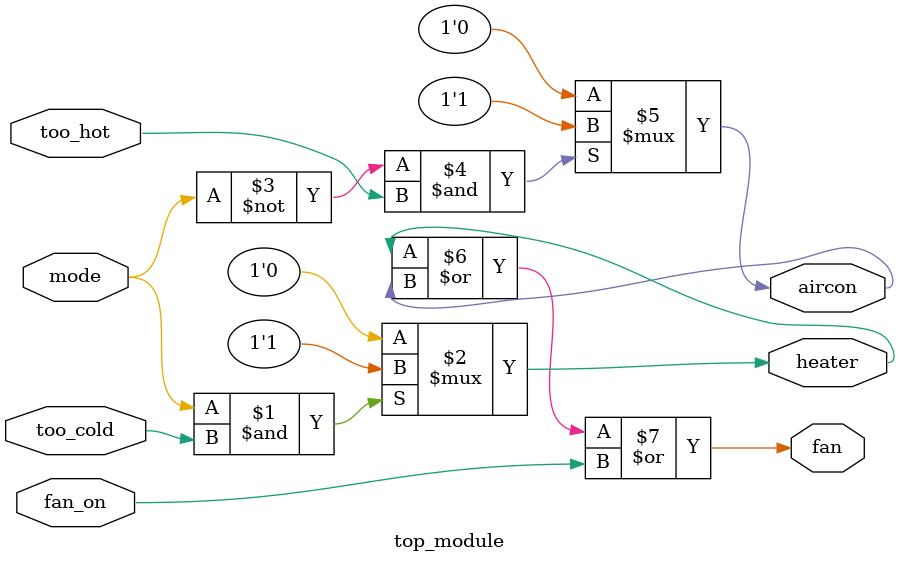
<source format=v>
module top_module (
    input too_cold,
    input too_hot,
    input mode,
    input fan_on,
    output heater,
    output aircon,
    output fan
); 
    
    assign heater = (mode & too_cold) ? 1'b1 : 1'b0;
    assign aircon = (~mode & too_hot) ? 1'b1 : 1'b0;
    assign fan = heater | aircon | fan_on;

endmodule

</source>
